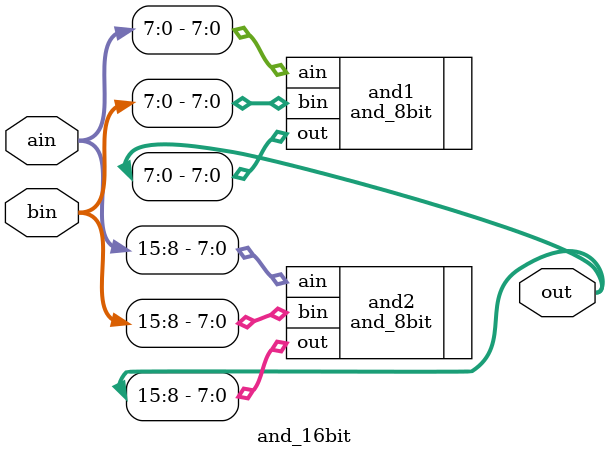
<source format=v>
module and_16bit (
	output [15:0] out,
	input [15:0] ain,
	input [15:0] bin
);

	and_8bit and1 (
		.out(out[7:0]),
		.ain(ain[7:0]),
		.bin(bin[7:0])
	);
	
	and_8bit and2 (
		.out(out[15:8]),
		.ain(ain[15:8]),
		.bin(bin[15:8])
	);
	
endmodule
</source>
